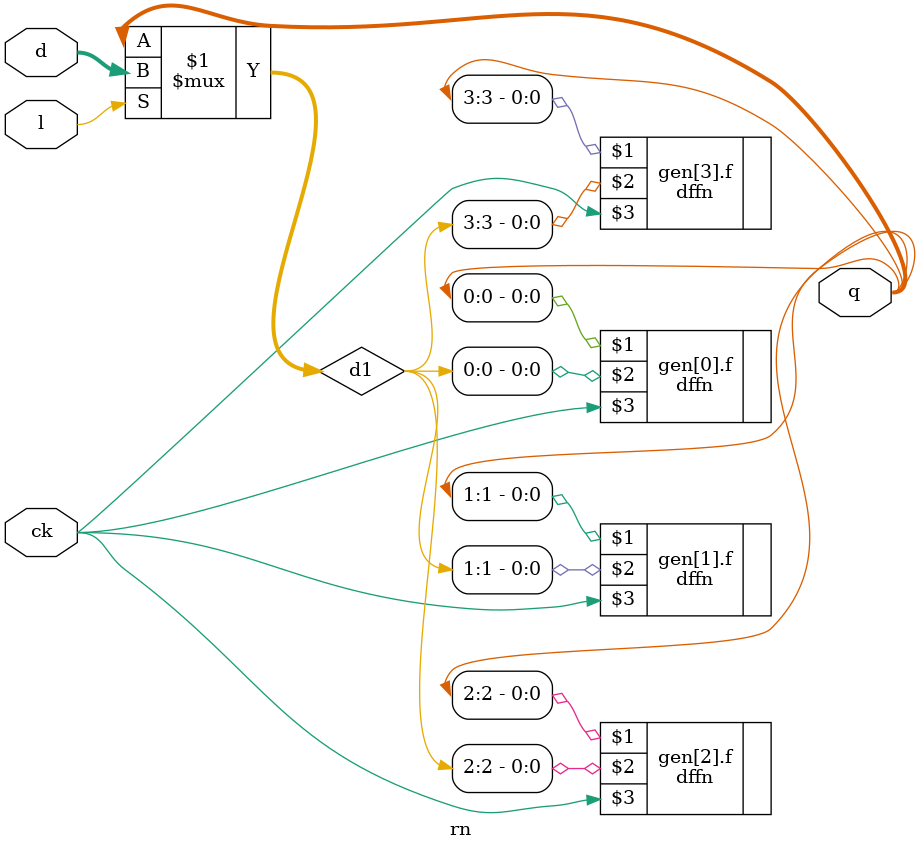
<source format=v>
module rn(q, l, d, ck);
	parameter n = 4;
	input  [n-1: 0] d;
	input  l, ck;
	output [n-1: 0] q;
	wire   [n-1: 0] d1;
	generate
		genvar g;
		for (g = 0; g < n; g = g + 1) begin : gen
		dffn f(q[g], d1[g], ck);
		end
	endgenerate
	
	assign d1[n-1: 0] = l? d[n-1: 0]: q[n-1: 0];
endmodule

</source>
